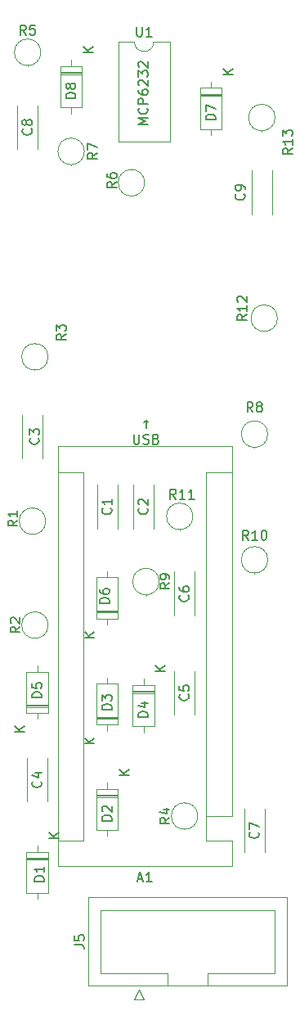
<source format=gbr>
%TF.GenerationSoftware,KiCad,Pcbnew,(5.1.9)-1*%
%TF.CreationDate,2021-06-26T11:37:54+09:00*%
%TF.ProjectId,CHORD_VCO,43484f52-445f-4564-934f-2e6b69636164,rev?*%
%TF.SameCoordinates,Original*%
%TF.FileFunction,Legend,Top*%
%TF.FilePolarity,Positive*%
%FSLAX46Y46*%
G04 Gerber Fmt 4.6, Leading zero omitted, Abs format (unit mm)*
G04 Created by KiCad (PCBNEW (5.1.9)-1) date 2021-06-26 11:37:54*
%MOMM*%
%LPD*%
G01*
G04 APERTURE LIST*
%ADD10C,0.150000*%
%ADD11C,0.120000*%
G04 APERTURE END LIST*
D10*
X115000000Y-91877380D02*
X115000000Y-91115476D01*
X114809523Y-91305952D02*
X115000000Y-91115476D01*
X115190476Y-91305952D01*
X113738095Y-92527380D02*
X113738095Y-93336904D01*
X113785714Y-93432142D01*
X113833333Y-93479761D01*
X113928571Y-93527380D01*
X114119047Y-93527380D01*
X114214285Y-93479761D01*
X114261904Y-93432142D01*
X114309523Y-93336904D01*
X114309523Y-92527380D01*
X114738095Y-93479761D02*
X114880952Y-93527380D01*
X115119047Y-93527380D01*
X115214285Y-93479761D01*
X115261904Y-93432142D01*
X115309523Y-93336904D01*
X115309523Y-93241666D01*
X115261904Y-93146428D01*
X115214285Y-93098809D01*
X115119047Y-93051190D01*
X114928571Y-93003571D01*
X114833333Y-92955952D01*
X114785714Y-92908333D01*
X114738095Y-92813095D01*
X114738095Y-92717857D01*
X114785714Y-92622619D01*
X114833333Y-92575000D01*
X114928571Y-92527380D01*
X115166666Y-92527380D01*
X115309523Y-92575000D01*
X116071428Y-93003571D02*
X116214285Y-93051190D01*
X116261904Y-93098809D01*
X116309523Y-93194047D01*
X116309523Y-93336904D01*
X116261904Y-93432142D01*
X116214285Y-93479761D01*
X116119047Y-93527380D01*
X115738095Y-93527380D01*
X115738095Y-92527380D01*
X116071428Y-92527380D01*
X116166666Y-92575000D01*
X116214285Y-92622619D01*
X116261904Y-92717857D01*
X116261904Y-92813095D01*
X116214285Y-92908333D01*
X116166666Y-92955952D01*
X116071428Y-93003571D01*
X115738095Y-93003571D01*
X115202380Y-60488095D02*
X114202380Y-60488095D01*
X114916666Y-60154761D01*
X114202380Y-59821428D01*
X115202380Y-59821428D01*
X115107142Y-58773809D02*
X115154761Y-58821428D01*
X115202380Y-58964285D01*
X115202380Y-59059523D01*
X115154761Y-59202380D01*
X115059523Y-59297619D01*
X114964285Y-59345238D01*
X114773809Y-59392857D01*
X114630952Y-59392857D01*
X114440476Y-59345238D01*
X114345238Y-59297619D01*
X114250000Y-59202380D01*
X114202380Y-59059523D01*
X114202380Y-58964285D01*
X114250000Y-58821428D01*
X114297619Y-58773809D01*
X115202380Y-58345238D02*
X114202380Y-58345238D01*
X114202380Y-57964285D01*
X114250000Y-57869047D01*
X114297619Y-57821428D01*
X114392857Y-57773809D01*
X114535714Y-57773809D01*
X114630952Y-57821428D01*
X114678571Y-57869047D01*
X114726190Y-57964285D01*
X114726190Y-58345238D01*
X114202380Y-56916666D02*
X114202380Y-57107142D01*
X114250000Y-57202380D01*
X114297619Y-57250000D01*
X114440476Y-57345238D01*
X114630952Y-57392857D01*
X115011904Y-57392857D01*
X115107142Y-57345238D01*
X115154761Y-57297619D01*
X115202380Y-57202380D01*
X115202380Y-57011904D01*
X115154761Y-56916666D01*
X115107142Y-56869047D01*
X115011904Y-56821428D01*
X114773809Y-56821428D01*
X114678571Y-56869047D01*
X114630952Y-56916666D01*
X114583333Y-57011904D01*
X114583333Y-57202380D01*
X114630952Y-57297619D01*
X114678571Y-57345238D01*
X114773809Y-57392857D01*
X114297619Y-56440476D02*
X114250000Y-56392857D01*
X114202380Y-56297619D01*
X114202380Y-56059523D01*
X114250000Y-55964285D01*
X114297619Y-55916666D01*
X114392857Y-55869047D01*
X114488095Y-55869047D01*
X114630952Y-55916666D01*
X115202380Y-56488095D01*
X115202380Y-55869047D01*
X114202380Y-55535714D02*
X114202380Y-54916666D01*
X114583333Y-55250000D01*
X114583333Y-55107142D01*
X114630952Y-55011904D01*
X114678571Y-54964285D01*
X114773809Y-54916666D01*
X115011904Y-54916666D01*
X115107142Y-54964285D01*
X115154761Y-55011904D01*
X115202380Y-55107142D01*
X115202380Y-55392857D01*
X115154761Y-55488095D01*
X115107142Y-55535714D01*
X114297619Y-54535714D02*
X114250000Y-54488095D01*
X114202380Y-54392857D01*
X114202380Y-54154761D01*
X114250000Y-54059523D01*
X114297619Y-54011904D01*
X114392857Y-53964285D01*
X114488095Y-53964285D01*
X114630952Y-54011904D01*
X115202380Y-54583333D01*
X115202380Y-53964285D01*
D11*
%TO.C,R11*%
X118500000Y-102370000D02*
X118500000Y-102440000D01*
X119870000Y-101000000D02*
G75*
G03*
X119870000Y-101000000I-1370000J0D01*
G01*
%TO.C,R9*%
X115000000Y-109120000D02*
X115000000Y-109190000D01*
X116370000Y-107750000D02*
G75*
G03*
X116370000Y-107750000I-1370000J0D01*
G01*
%TO.C,R4*%
X119000000Y-130630000D02*
X119000000Y-130560000D01*
X120370000Y-132000000D02*
G75*
G03*
X120370000Y-132000000I-1370000J0D01*
G01*
%TO.C,R10*%
X126250000Y-106870000D02*
X126250000Y-106940000D01*
X127620000Y-105500000D02*
G75*
G03*
X127620000Y-105500000I-1370000J0D01*
G01*
%TO.C,R8*%
X126250000Y-93870000D02*
X126250000Y-93940000D01*
X127620000Y-92500000D02*
G75*
G03*
X127620000Y-92500000I-1370000J0D01*
G01*
%TO.C,R2*%
X103500000Y-110880000D02*
X103500000Y-110810000D01*
X104870000Y-112250000D02*
G75*
G03*
X104870000Y-112250000I-1370000J0D01*
G01*
%TO.C,R1*%
X103250000Y-100130000D02*
X103250000Y-100060000D01*
X104620000Y-101500000D02*
G75*
G03*
X104620000Y-101500000I-1370000J0D01*
G01*
%TO.C,R12*%
X127250000Y-79130000D02*
X127250000Y-79060000D01*
X128620000Y-80500000D02*
G75*
G03*
X128620000Y-80500000I-1370000J0D01*
G01*
%TO.C,R3*%
X103500000Y-83130000D02*
X103500000Y-83060000D01*
X104870000Y-84500000D02*
G75*
G03*
X104870000Y-84500000I-1370000J0D01*
G01*
%TO.C,R13*%
X127000000Y-61120000D02*
X127000000Y-61190000D01*
X128370000Y-59750000D02*
G75*
G03*
X128370000Y-59750000I-1370000J0D01*
G01*
%TO.C,R6*%
X113500000Y-65130000D02*
X113500000Y-65060000D01*
X114870000Y-66500000D02*
G75*
G03*
X114870000Y-66500000I-1370000J0D01*
G01*
%TO.C,R7*%
X107250000Y-64620000D02*
X107250000Y-64690000D01*
X108620000Y-63250000D02*
G75*
G03*
X108620000Y-63250000I-1370000J0D01*
G01*
%TO.C,R5*%
X102750000Y-54370000D02*
X102750000Y-54440000D01*
X104120000Y-53000000D02*
G75*
G03*
X104120000Y-53000000I-1370000J0D01*
G01*
%TO.C,U1*%
X117460000Y-51920000D02*
X115810000Y-51920000D01*
X117460000Y-62200000D02*
X117460000Y-51920000D01*
X112160000Y-62200000D02*
X117460000Y-62200000D01*
X112160000Y-51920000D02*
X112160000Y-62200000D01*
X113810000Y-51920000D02*
X112160000Y-51920000D01*
X115810000Y-51920000D02*
G75*
G02*
X113810000Y-51920000I-1000000J0D01*
G01*
%TO.C,J5*%
X114750000Y-150930000D02*
X114250000Y-149930000D01*
X113750000Y-150930000D02*
X114750000Y-150930000D01*
X114250000Y-149930000D02*
X113750000Y-150930000D01*
X121380000Y-148230000D02*
X121380000Y-149540000D01*
X121380000Y-148230000D02*
X121380000Y-148230000D01*
X128320000Y-148230000D02*
X121380000Y-148230000D01*
X128320000Y-141730000D02*
X128320000Y-148230000D01*
X110340000Y-141730000D02*
X128320000Y-141730000D01*
X110340000Y-148230000D02*
X110340000Y-141730000D01*
X117280000Y-148230000D02*
X110340000Y-148230000D01*
X117280000Y-149540000D02*
X117280000Y-148230000D01*
X129620000Y-149540000D02*
X109040000Y-149540000D01*
X129620000Y-140420000D02*
X129620000Y-149540000D01*
X109040000Y-140420000D02*
X129620000Y-140420000D01*
X109040000Y-149540000D02*
X109040000Y-140420000D01*
%TO.C,D8*%
X108370000Y-55040000D02*
X106130000Y-55040000D01*
X108370000Y-55280000D02*
X106130000Y-55280000D01*
X108370000Y-55160000D02*
X106130000Y-55160000D01*
X107250000Y-59330000D02*
X107250000Y-58680000D01*
X107250000Y-53790000D02*
X107250000Y-54440000D01*
X108370000Y-58680000D02*
X108370000Y-54440000D01*
X106130000Y-58680000D02*
X108370000Y-58680000D01*
X106130000Y-54440000D02*
X106130000Y-58680000D01*
X108370000Y-54440000D02*
X106130000Y-54440000D01*
%TO.C,D7*%
X122870000Y-57290000D02*
X120630000Y-57290000D01*
X122870000Y-57530000D02*
X120630000Y-57530000D01*
X122870000Y-57410000D02*
X120630000Y-57410000D01*
X121750000Y-61580000D02*
X121750000Y-60930000D01*
X121750000Y-56040000D02*
X121750000Y-56690000D01*
X122870000Y-60930000D02*
X122870000Y-56690000D01*
X120630000Y-60930000D02*
X122870000Y-60930000D01*
X120630000Y-56690000D02*
X120630000Y-60930000D01*
X122870000Y-56690000D02*
X120630000Y-56690000D01*
%TO.C,D6*%
X109880000Y-110960000D02*
X112120000Y-110960000D01*
X109880000Y-110720000D02*
X112120000Y-110720000D01*
X109880000Y-110840000D02*
X112120000Y-110840000D01*
X111000000Y-106670000D02*
X111000000Y-107320000D01*
X111000000Y-112210000D02*
X111000000Y-111560000D01*
X109880000Y-107320000D02*
X109880000Y-111560000D01*
X112120000Y-107320000D02*
X109880000Y-107320000D01*
X112120000Y-111560000D02*
X112120000Y-107320000D01*
X109880000Y-111560000D02*
X112120000Y-111560000D01*
%TO.C,D5*%
X102630000Y-120710000D02*
X104870000Y-120710000D01*
X102630000Y-120470000D02*
X104870000Y-120470000D01*
X102630000Y-120590000D02*
X104870000Y-120590000D01*
X103750000Y-116420000D02*
X103750000Y-117070000D01*
X103750000Y-121960000D02*
X103750000Y-121310000D01*
X102630000Y-117070000D02*
X102630000Y-121310000D01*
X104870000Y-117070000D02*
X102630000Y-117070000D01*
X104870000Y-121310000D02*
X104870000Y-117070000D01*
X102630000Y-121310000D02*
X104870000Y-121310000D01*
%TO.C,D4*%
X115870000Y-119040000D02*
X113630000Y-119040000D01*
X115870000Y-119280000D02*
X113630000Y-119280000D01*
X115870000Y-119160000D02*
X113630000Y-119160000D01*
X114750000Y-123330000D02*
X114750000Y-122680000D01*
X114750000Y-117790000D02*
X114750000Y-118440000D01*
X115870000Y-122680000D02*
X115870000Y-118440000D01*
X113630000Y-122680000D02*
X115870000Y-122680000D01*
X113630000Y-118440000D02*
X113630000Y-122680000D01*
X115870000Y-118440000D02*
X113630000Y-118440000D01*
%TO.C,D3*%
X109880000Y-121960000D02*
X112120000Y-121960000D01*
X109880000Y-121720000D02*
X112120000Y-121720000D01*
X109880000Y-121840000D02*
X112120000Y-121840000D01*
X111000000Y-117670000D02*
X111000000Y-118320000D01*
X111000000Y-123210000D02*
X111000000Y-122560000D01*
X109880000Y-118320000D02*
X109880000Y-122560000D01*
X112120000Y-118320000D02*
X109880000Y-118320000D01*
X112120000Y-122560000D02*
X112120000Y-118320000D01*
X109880000Y-122560000D02*
X112120000Y-122560000D01*
%TO.C,D2*%
X112120000Y-129790000D02*
X109880000Y-129790000D01*
X112120000Y-130030000D02*
X109880000Y-130030000D01*
X112120000Y-129910000D02*
X109880000Y-129910000D01*
X111000000Y-134080000D02*
X111000000Y-133430000D01*
X111000000Y-128540000D02*
X111000000Y-129190000D01*
X112120000Y-133430000D02*
X112120000Y-129190000D01*
X109880000Y-133430000D02*
X112120000Y-133430000D01*
X109880000Y-129190000D02*
X109880000Y-133430000D01*
X112120000Y-129190000D02*
X109880000Y-129190000D01*
%TO.C,D1*%
X104870000Y-136290000D02*
X102630000Y-136290000D01*
X104870000Y-136530000D02*
X102630000Y-136530000D01*
X104870000Y-136410000D02*
X102630000Y-136410000D01*
X103750000Y-140580000D02*
X103750000Y-139930000D01*
X103750000Y-135040000D02*
X103750000Y-135690000D01*
X104870000Y-139930000D02*
X104870000Y-135690000D01*
X102630000Y-139930000D02*
X104870000Y-139930000D01*
X102630000Y-135690000D02*
X102630000Y-139930000D01*
X104870000Y-135690000D02*
X102630000Y-135690000D01*
%TO.C,C9*%
X128055000Y-65230000D02*
X128070000Y-65230000D01*
X125930000Y-65230000D02*
X125945000Y-65230000D01*
X128055000Y-69770000D02*
X128070000Y-69770000D01*
X125930000Y-69770000D02*
X125945000Y-69770000D01*
X128070000Y-69770000D02*
X128070000Y-65230000D01*
X125930000Y-69770000D02*
X125930000Y-65230000D01*
%TO.C,C8*%
X101695000Y-63020000D02*
X101680000Y-63020000D01*
X103820000Y-63020000D02*
X103805000Y-63020000D01*
X101695000Y-58480000D02*
X101680000Y-58480000D01*
X103820000Y-58480000D02*
X103805000Y-58480000D01*
X101680000Y-58480000D02*
X101680000Y-63020000D01*
X103820000Y-58480000D02*
X103820000Y-63020000D01*
%TO.C,C7*%
X125195000Y-135770000D02*
X125180000Y-135770000D01*
X127320000Y-135770000D02*
X127305000Y-135770000D01*
X125195000Y-131230000D02*
X125180000Y-131230000D01*
X127320000Y-131230000D02*
X127305000Y-131230000D01*
X125180000Y-131230000D02*
X125180000Y-135770000D01*
X127320000Y-131230000D02*
X127320000Y-135770000D01*
%TO.C,C6*%
X120055000Y-106730000D02*
X120070000Y-106730000D01*
X117930000Y-106730000D02*
X117945000Y-106730000D01*
X120055000Y-111270000D02*
X120070000Y-111270000D01*
X117930000Y-111270000D02*
X117945000Y-111270000D01*
X120070000Y-111270000D02*
X120070000Y-106730000D01*
X117930000Y-111270000D02*
X117930000Y-106730000D01*
%TO.C,C5*%
X117945000Y-121520000D02*
X117930000Y-121520000D01*
X120070000Y-121520000D02*
X120055000Y-121520000D01*
X117945000Y-116980000D02*
X117930000Y-116980000D01*
X120070000Y-116980000D02*
X120055000Y-116980000D01*
X117930000Y-116980000D02*
X117930000Y-121520000D01*
X120070000Y-116980000D02*
X120070000Y-121520000D01*
%TO.C,C4*%
X104805000Y-125980000D02*
X104820000Y-125980000D01*
X102680000Y-125980000D02*
X102695000Y-125980000D01*
X104805000Y-130520000D02*
X104820000Y-130520000D01*
X102680000Y-130520000D02*
X102695000Y-130520000D01*
X104820000Y-130520000D02*
X104820000Y-125980000D01*
X102680000Y-130520000D02*
X102680000Y-125980000D01*
%TO.C,C3*%
X102195000Y-95020000D02*
X102180000Y-95020000D01*
X104320000Y-95020000D02*
X104305000Y-95020000D01*
X102195000Y-90480000D02*
X102180000Y-90480000D01*
X104320000Y-90480000D02*
X104305000Y-90480000D01*
X102180000Y-90480000D02*
X102180000Y-95020000D01*
X104320000Y-90480000D02*
X104320000Y-95020000D01*
%TO.C,C2*%
X115805000Y-97730000D02*
X115820000Y-97730000D01*
X113680000Y-97730000D02*
X113695000Y-97730000D01*
X115805000Y-102270000D02*
X115820000Y-102270000D01*
X113680000Y-102270000D02*
X113695000Y-102270000D01*
X115820000Y-102270000D02*
X115820000Y-97730000D01*
X113680000Y-102270000D02*
X113680000Y-97730000D01*
%TO.C,C1*%
X109945000Y-102270000D02*
X109930000Y-102270000D01*
X112070000Y-102270000D02*
X112055000Y-102270000D01*
X109945000Y-97730000D02*
X109930000Y-97730000D01*
X112070000Y-97730000D02*
X112055000Y-97730000D01*
X109930000Y-97730000D02*
X109930000Y-102270000D01*
X112070000Y-97730000D02*
X112070000Y-102270000D01*
%TO.C,A1*%
X105860000Y-137190000D02*
X123900000Y-137190000D01*
X105860000Y-93750000D02*
X105860000Y-137190000D01*
X123900000Y-93750000D02*
X105860000Y-93750000D01*
X121230000Y-96420000D02*
X123900000Y-96420000D01*
X121230000Y-131980000D02*
X121230000Y-96420000D01*
X121230000Y-131980000D02*
X123900000Y-131980000D01*
X108530000Y-96420000D02*
X105860000Y-96420000D01*
X108530000Y-134520000D02*
X108530000Y-96420000D01*
X108530000Y-134520000D02*
X105860000Y-134520000D01*
X123900000Y-137190000D02*
X123900000Y-134520000D01*
X123900000Y-131980000D02*
X123900000Y-93750000D01*
X121230000Y-134520000D02*
X123900000Y-134520000D01*
X121230000Y-131980000D02*
X121230000Y-134520000D01*
%TO.C,R11*%
D10*
X118107142Y-99202380D02*
X117773809Y-98726190D01*
X117535714Y-99202380D02*
X117535714Y-98202380D01*
X117916666Y-98202380D01*
X118011904Y-98250000D01*
X118059523Y-98297619D01*
X118107142Y-98392857D01*
X118107142Y-98535714D01*
X118059523Y-98630952D01*
X118011904Y-98678571D01*
X117916666Y-98726190D01*
X117535714Y-98726190D01*
X119059523Y-99202380D02*
X118488095Y-99202380D01*
X118773809Y-99202380D02*
X118773809Y-98202380D01*
X118678571Y-98345238D01*
X118583333Y-98440476D01*
X118488095Y-98488095D01*
X120011904Y-99202380D02*
X119440476Y-99202380D01*
X119726190Y-99202380D02*
X119726190Y-98202380D01*
X119630952Y-98345238D01*
X119535714Y-98440476D01*
X119440476Y-98488095D01*
%TO.C,R9*%
X117452380Y-107916666D02*
X116976190Y-108250000D01*
X117452380Y-108488095D02*
X116452380Y-108488095D01*
X116452380Y-108107142D01*
X116500000Y-108011904D01*
X116547619Y-107964285D01*
X116642857Y-107916666D01*
X116785714Y-107916666D01*
X116880952Y-107964285D01*
X116928571Y-108011904D01*
X116976190Y-108107142D01*
X116976190Y-108488095D01*
X117452380Y-107440476D02*
X117452380Y-107250000D01*
X117404761Y-107154761D01*
X117357142Y-107107142D01*
X117214285Y-107011904D01*
X117023809Y-106964285D01*
X116642857Y-106964285D01*
X116547619Y-107011904D01*
X116500000Y-107059523D01*
X116452380Y-107154761D01*
X116452380Y-107345238D01*
X116500000Y-107440476D01*
X116547619Y-107488095D01*
X116642857Y-107535714D01*
X116880952Y-107535714D01*
X116976190Y-107488095D01*
X117023809Y-107440476D01*
X117071428Y-107345238D01*
X117071428Y-107154761D01*
X117023809Y-107059523D01*
X116976190Y-107011904D01*
X116880952Y-106964285D01*
%TO.C,R4*%
X117452380Y-132166666D02*
X116976190Y-132500000D01*
X117452380Y-132738095D02*
X116452380Y-132738095D01*
X116452380Y-132357142D01*
X116500000Y-132261904D01*
X116547619Y-132214285D01*
X116642857Y-132166666D01*
X116785714Y-132166666D01*
X116880952Y-132214285D01*
X116928571Y-132261904D01*
X116976190Y-132357142D01*
X116976190Y-132738095D01*
X116785714Y-131309523D02*
X117452380Y-131309523D01*
X116404761Y-131547619D02*
X117119047Y-131785714D01*
X117119047Y-131166666D01*
%TO.C,R10*%
X125607142Y-103452380D02*
X125273809Y-102976190D01*
X125035714Y-103452380D02*
X125035714Y-102452380D01*
X125416666Y-102452380D01*
X125511904Y-102500000D01*
X125559523Y-102547619D01*
X125607142Y-102642857D01*
X125607142Y-102785714D01*
X125559523Y-102880952D01*
X125511904Y-102928571D01*
X125416666Y-102976190D01*
X125035714Y-102976190D01*
X126559523Y-103452380D02*
X125988095Y-103452380D01*
X126273809Y-103452380D02*
X126273809Y-102452380D01*
X126178571Y-102595238D01*
X126083333Y-102690476D01*
X125988095Y-102738095D01*
X127178571Y-102452380D02*
X127273809Y-102452380D01*
X127369047Y-102500000D01*
X127416666Y-102547619D01*
X127464285Y-102642857D01*
X127511904Y-102833333D01*
X127511904Y-103071428D01*
X127464285Y-103261904D01*
X127416666Y-103357142D01*
X127369047Y-103404761D01*
X127273809Y-103452380D01*
X127178571Y-103452380D01*
X127083333Y-103404761D01*
X127035714Y-103357142D01*
X126988095Y-103261904D01*
X126940476Y-103071428D01*
X126940476Y-102833333D01*
X126988095Y-102642857D01*
X127035714Y-102547619D01*
X127083333Y-102500000D01*
X127178571Y-102452380D01*
%TO.C,R8*%
X126083333Y-90202380D02*
X125750000Y-89726190D01*
X125511904Y-90202380D02*
X125511904Y-89202380D01*
X125892857Y-89202380D01*
X125988095Y-89250000D01*
X126035714Y-89297619D01*
X126083333Y-89392857D01*
X126083333Y-89535714D01*
X126035714Y-89630952D01*
X125988095Y-89678571D01*
X125892857Y-89726190D01*
X125511904Y-89726190D01*
X126654761Y-89630952D02*
X126559523Y-89583333D01*
X126511904Y-89535714D01*
X126464285Y-89440476D01*
X126464285Y-89392857D01*
X126511904Y-89297619D01*
X126559523Y-89250000D01*
X126654761Y-89202380D01*
X126845238Y-89202380D01*
X126940476Y-89250000D01*
X126988095Y-89297619D01*
X127035714Y-89392857D01*
X127035714Y-89440476D01*
X126988095Y-89535714D01*
X126940476Y-89583333D01*
X126845238Y-89630952D01*
X126654761Y-89630952D01*
X126559523Y-89678571D01*
X126511904Y-89726190D01*
X126464285Y-89821428D01*
X126464285Y-90011904D01*
X126511904Y-90107142D01*
X126559523Y-90154761D01*
X126654761Y-90202380D01*
X126845238Y-90202380D01*
X126940476Y-90154761D01*
X126988095Y-90107142D01*
X127035714Y-90011904D01*
X127035714Y-89821428D01*
X126988095Y-89726190D01*
X126940476Y-89678571D01*
X126845238Y-89630952D01*
%TO.C,R2*%
X101952380Y-112416666D02*
X101476190Y-112750000D01*
X101952380Y-112988095D02*
X100952380Y-112988095D01*
X100952380Y-112607142D01*
X101000000Y-112511904D01*
X101047619Y-112464285D01*
X101142857Y-112416666D01*
X101285714Y-112416666D01*
X101380952Y-112464285D01*
X101428571Y-112511904D01*
X101476190Y-112607142D01*
X101476190Y-112988095D01*
X101047619Y-112035714D02*
X101000000Y-111988095D01*
X100952380Y-111892857D01*
X100952380Y-111654761D01*
X101000000Y-111559523D01*
X101047619Y-111511904D01*
X101142857Y-111464285D01*
X101238095Y-111464285D01*
X101380952Y-111511904D01*
X101952380Y-112083333D01*
X101952380Y-111464285D01*
%TO.C,R1*%
X101702380Y-101416666D02*
X101226190Y-101750000D01*
X101702380Y-101988095D02*
X100702380Y-101988095D01*
X100702380Y-101607142D01*
X100750000Y-101511904D01*
X100797619Y-101464285D01*
X100892857Y-101416666D01*
X101035714Y-101416666D01*
X101130952Y-101464285D01*
X101178571Y-101511904D01*
X101226190Y-101607142D01*
X101226190Y-101988095D01*
X101702380Y-100464285D02*
X101702380Y-101035714D01*
X101702380Y-100750000D02*
X100702380Y-100750000D01*
X100845238Y-100845238D01*
X100940476Y-100940476D01*
X100988095Y-101035714D01*
%TO.C,R12*%
X125452380Y-80142857D02*
X124976190Y-80476190D01*
X125452380Y-80714285D02*
X124452380Y-80714285D01*
X124452380Y-80333333D01*
X124500000Y-80238095D01*
X124547619Y-80190476D01*
X124642857Y-80142857D01*
X124785714Y-80142857D01*
X124880952Y-80190476D01*
X124928571Y-80238095D01*
X124976190Y-80333333D01*
X124976190Y-80714285D01*
X125452380Y-79190476D02*
X125452380Y-79761904D01*
X125452380Y-79476190D02*
X124452380Y-79476190D01*
X124595238Y-79571428D01*
X124690476Y-79666666D01*
X124738095Y-79761904D01*
X124547619Y-78809523D02*
X124500000Y-78761904D01*
X124452380Y-78666666D01*
X124452380Y-78428571D01*
X124500000Y-78333333D01*
X124547619Y-78285714D01*
X124642857Y-78238095D01*
X124738095Y-78238095D01*
X124880952Y-78285714D01*
X125452380Y-78857142D01*
X125452380Y-78238095D01*
%TO.C,R3*%
X106702380Y-82166666D02*
X106226190Y-82500000D01*
X106702380Y-82738095D02*
X105702380Y-82738095D01*
X105702380Y-82357142D01*
X105750000Y-82261904D01*
X105797619Y-82214285D01*
X105892857Y-82166666D01*
X106035714Y-82166666D01*
X106130952Y-82214285D01*
X106178571Y-82261904D01*
X106226190Y-82357142D01*
X106226190Y-82738095D01*
X105702380Y-81833333D02*
X105702380Y-81214285D01*
X106083333Y-81547619D01*
X106083333Y-81404761D01*
X106130952Y-81309523D01*
X106178571Y-81261904D01*
X106273809Y-81214285D01*
X106511904Y-81214285D01*
X106607142Y-81261904D01*
X106654761Y-81309523D01*
X106702380Y-81404761D01*
X106702380Y-81690476D01*
X106654761Y-81785714D01*
X106607142Y-81833333D01*
%TO.C,R13*%
X130172380Y-62932857D02*
X129696190Y-63266190D01*
X130172380Y-63504285D02*
X129172380Y-63504285D01*
X129172380Y-63123333D01*
X129220000Y-63028095D01*
X129267619Y-62980476D01*
X129362857Y-62932857D01*
X129505714Y-62932857D01*
X129600952Y-62980476D01*
X129648571Y-63028095D01*
X129696190Y-63123333D01*
X129696190Y-63504285D01*
X130172380Y-61980476D02*
X130172380Y-62551904D01*
X130172380Y-62266190D02*
X129172380Y-62266190D01*
X129315238Y-62361428D01*
X129410476Y-62456666D01*
X129458095Y-62551904D01*
X129172380Y-61647142D02*
X129172380Y-61028095D01*
X129553333Y-61361428D01*
X129553333Y-61218571D01*
X129600952Y-61123333D01*
X129648571Y-61075714D01*
X129743809Y-61028095D01*
X129981904Y-61028095D01*
X130077142Y-61075714D01*
X130124761Y-61123333D01*
X130172380Y-61218571D01*
X130172380Y-61504285D01*
X130124761Y-61599523D01*
X130077142Y-61647142D01*
%TO.C,R6*%
X111952380Y-66416666D02*
X111476190Y-66750000D01*
X111952380Y-66988095D02*
X110952380Y-66988095D01*
X110952380Y-66607142D01*
X111000000Y-66511904D01*
X111047619Y-66464285D01*
X111142857Y-66416666D01*
X111285714Y-66416666D01*
X111380952Y-66464285D01*
X111428571Y-66511904D01*
X111476190Y-66607142D01*
X111476190Y-66988095D01*
X110952380Y-65559523D02*
X110952380Y-65750000D01*
X111000000Y-65845238D01*
X111047619Y-65892857D01*
X111190476Y-65988095D01*
X111380952Y-66035714D01*
X111761904Y-66035714D01*
X111857142Y-65988095D01*
X111904761Y-65940476D01*
X111952380Y-65845238D01*
X111952380Y-65654761D01*
X111904761Y-65559523D01*
X111857142Y-65511904D01*
X111761904Y-65464285D01*
X111523809Y-65464285D01*
X111428571Y-65511904D01*
X111380952Y-65559523D01*
X111333333Y-65654761D01*
X111333333Y-65845238D01*
X111380952Y-65940476D01*
X111428571Y-65988095D01*
X111523809Y-66035714D01*
%TO.C,R7*%
X109952380Y-63416666D02*
X109476190Y-63750000D01*
X109952380Y-63988095D02*
X108952380Y-63988095D01*
X108952380Y-63607142D01*
X109000000Y-63511904D01*
X109047619Y-63464285D01*
X109142857Y-63416666D01*
X109285714Y-63416666D01*
X109380952Y-63464285D01*
X109428571Y-63511904D01*
X109476190Y-63607142D01*
X109476190Y-63988095D01*
X108952380Y-63083333D02*
X108952380Y-62416666D01*
X109952380Y-62845238D01*
%TO.C,R5*%
X102583333Y-51202380D02*
X102250000Y-50726190D01*
X102011904Y-51202380D02*
X102011904Y-50202380D01*
X102392857Y-50202380D01*
X102488095Y-50250000D01*
X102535714Y-50297619D01*
X102583333Y-50392857D01*
X102583333Y-50535714D01*
X102535714Y-50630952D01*
X102488095Y-50678571D01*
X102392857Y-50726190D01*
X102011904Y-50726190D01*
X103488095Y-50202380D02*
X103011904Y-50202380D01*
X102964285Y-50678571D01*
X103011904Y-50630952D01*
X103107142Y-50583333D01*
X103345238Y-50583333D01*
X103440476Y-50630952D01*
X103488095Y-50678571D01*
X103535714Y-50773809D01*
X103535714Y-51011904D01*
X103488095Y-51107142D01*
X103440476Y-51154761D01*
X103345238Y-51202380D01*
X103107142Y-51202380D01*
X103011904Y-51154761D01*
X102964285Y-51107142D01*
%TO.C,U1*%
X114048095Y-50372380D02*
X114048095Y-51181904D01*
X114095714Y-51277142D01*
X114143333Y-51324761D01*
X114238571Y-51372380D01*
X114429047Y-51372380D01*
X114524285Y-51324761D01*
X114571904Y-51277142D01*
X114619523Y-51181904D01*
X114619523Y-50372380D01*
X115619523Y-51372380D02*
X115048095Y-51372380D01*
X115333809Y-51372380D02*
X115333809Y-50372380D01*
X115238571Y-50515238D01*
X115143333Y-50610476D01*
X115048095Y-50658095D01*
%TO.C,J5*%
X107602380Y-145313333D02*
X108316666Y-145313333D01*
X108459523Y-145360952D01*
X108554761Y-145456190D01*
X108602380Y-145599047D01*
X108602380Y-145694285D01*
X107602380Y-144360952D02*
X107602380Y-144837142D01*
X108078571Y-144884761D01*
X108030952Y-144837142D01*
X107983333Y-144741904D01*
X107983333Y-144503809D01*
X108030952Y-144408571D01*
X108078571Y-144360952D01*
X108173809Y-144313333D01*
X108411904Y-144313333D01*
X108507142Y-144360952D01*
X108554761Y-144408571D01*
X108602380Y-144503809D01*
X108602380Y-144741904D01*
X108554761Y-144837142D01*
X108507142Y-144884761D01*
%TO.C,D8*%
X107702380Y-57738095D02*
X106702380Y-57738095D01*
X106702380Y-57500000D01*
X106750000Y-57357142D01*
X106845238Y-57261904D01*
X106940476Y-57214285D01*
X107130952Y-57166666D01*
X107273809Y-57166666D01*
X107464285Y-57214285D01*
X107559523Y-57261904D01*
X107654761Y-57357142D01*
X107702380Y-57500000D01*
X107702380Y-57738095D01*
X107130952Y-56595238D02*
X107083333Y-56690476D01*
X107035714Y-56738095D01*
X106940476Y-56785714D01*
X106892857Y-56785714D01*
X106797619Y-56738095D01*
X106750000Y-56690476D01*
X106702380Y-56595238D01*
X106702380Y-56404761D01*
X106750000Y-56309523D01*
X106797619Y-56261904D01*
X106892857Y-56214285D01*
X106940476Y-56214285D01*
X107035714Y-56261904D01*
X107083333Y-56309523D01*
X107130952Y-56404761D01*
X107130952Y-56595238D01*
X107178571Y-56690476D01*
X107226190Y-56738095D01*
X107321428Y-56785714D01*
X107511904Y-56785714D01*
X107607142Y-56738095D01*
X107654761Y-56690476D01*
X107702380Y-56595238D01*
X107702380Y-56404761D01*
X107654761Y-56309523D01*
X107607142Y-56261904D01*
X107511904Y-56214285D01*
X107321428Y-56214285D01*
X107226190Y-56261904D01*
X107178571Y-56309523D01*
X107130952Y-56404761D01*
X109502380Y-53011904D02*
X108502380Y-53011904D01*
X109502380Y-52440476D02*
X108930952Y-52869047D01*
X108502380Y-52440476D02*
X109073809Y-53011904D01*
%TO.C,D7*%
X122202380Y-59988095D02*
X121202380Y-59988095D01*
X121202380Y-59750000D01*
X121250000Y-59607142D01*
X121345238Y-59511904D01*
X121440476Y-59464285D01*
X121630952Y-59416666D01*
X121773809Y-59416666D01*
X121964285Y-59464285D01*
X122059523Y-59511904D01*
X122154761Y-59607142D01*
X122202380Y-59750000D01*
X122202380Y-59988095D01*
X121202380Y-59083333D02*
X121202380Y-58416666D01*
X122202380Y-58845238D01*
X124002380Y-55261904D02*
X123002380Y-55261904D01*
X124002380Y-54690476D02*
X123430952Y-55119047D01*
X123002380Y-54690476D02*
X123573809Y-55261904D01*
%TO.C,D6*%
X111202380Y-109988095D02*
X110202380Y-109988095D01*
X110202380Y-109750000D01*
X110250000Y-109607142D01*
X110345238Y-109511904D01*
X110440476Y-109464285D01*
X110630952Y-109416666D01*
X110773809Y-109416666D01*
X110964285Y-109464285D01*
X111059523Y-109511904D01*
X111154761Y-109607142D01*
X111202380Y-109750000D01*
X111202380Y-109988095D01*
X110202380Y-108559523D02*
X110202380Y-108750000D01*
X110250000Y-108845238D01*
X110297619Y-108892857D01*
X110440476Y-108988095D01*
X110630952Y-109035714D01*
X111011904Y-109035714D01*
X111107142Y-108988095D01*
X111154761Y-108940476D01*
X111202380Y-108845238D01*
X111202380Y-108654761D01*
X111154761Y-108559523D01*
X111107142Y-108511904D01*
X111011904Y-108464285D01*
X110773809Y-108464285D01*
X110678571Y-108511904D01*
X110630952Y-108559523D01*
X110583333Y-108654761D01*
X110583333Y-108845238D01*
X110630952Y-108940476D01*
X110678571Y-108988095D01*
X110773809Y-109035714D01*
X109652380Y-113511904D02*
X108652380Y-113511904D01*
X109652380Y-112940476D02*
X109080952Y-113369047D01*
X108652380Y-112940476D02*
X109223809Y-113511904D01*
%TO.C,D5*%
X104202380Y-119738095D02*
X103202380Y-119738095D01*
X103202380Y-119500000D01*
X103250000Y-119357142D01*
X103345238Y-119261904D01*
X103440476Y-119214285D01*
X103630952Y-119166666D01*
X103773809Y-119166666D01*
X103964285Y-119214285D01*
X104059523Y-119261904D01*
X104154761Y-119357142D01*
X104202380Y-119500000D01*
X104202380Y-119738095D01*
X103202380Y-118261904D02*
X103202380Y-118738095D01*
X103678571Y-118785714D01*
X103630952Y-118738095D01*
X103583333Y-118642857D01*
X103583333Y-118404761D01*
X103630952Y-118309523D01*
X103678571Y-118261904D01*
X103773809Y-118214285D01*
X104011904Y-118214285D01*
X104107142Y-118261904D01*
X104154761Y-118309523D01*
X104202380Y-118404761D01*
X104202380Y-118642857D01*
X104154761Y-118738095D01*
X104107142Y-118785714D01*
X102402380Y-123261904D02*
X101402380Y-123261904D01*
X102402380Y-122690476D02*
X101830952Y-123119047D01*
X101402380Y-122690476D02*
X101973809Y-123261904D01*
%TO.C,D4*%
X115202380Y-121738095D02*
X114202380Y-121738095D01*
X114202380Y-121500000D01*
X114250000Y-121357142D01*
X114345238Y-121261904D01*
X114440476Y-121214285D01*
X114630952Y-121166666D01*
X114773809Y-121166666D01*
X114964285Y-121214285D01*
X115059523Y-121261904D01*
X115154761Y-121357142D01*
X115202380Y-121500000D01*
X115202380Y-121738095D01*
X114535714Y-120309523D02*
X115202380Y-120309523D01*
X114154761Y-120547619D02*
X114869047Y-120785714D01*
X114869047Y-120166666D01*
X117002380Y-117011904D02*
X116002380Y-117011904D01*
X117002380Y-116440476D02*
X116430952Y-116869047D01*
X116002380Y-116440476D02*
X116573809Y-117011904D01*
%TO.C,D3*%
X111452380Y-120988095D02*
X110452380Y-120988095D01*
X110452380Y-120750000D01*
X110500000Y-120607142D01*
X110595238Y-120511904D01*
X110690476Y-120464285D01*
X110880952Y-120416666D01*
X111023809Y-120416666D01*
X111214285Y-120464285D01*
X111309523Y-120511904D01*
X111404761Y-120607142D01*
X111452380Y-120750000D01*
X111452380Y-120988095D01*
X110452380Y-120083333D02*
X110452380Y-119464285D01*
X110833333Y-119797619D01*
X110833333Y-119654761D01*
X110880952Y-119559523D01*
X110928571Y-119511904D01*
X111023809Y-119464285D01*
X111261904Y-119464285D01*
X111357142Y-119511904D01*
X111404761Y-119559523D01*
X111452380Y-119654761D01*
X111452380Y-119940476D01*
X111404761Y-120035714D01*
X111357142Y-120083333D01*
X109652380Y-124511904D02*
X108652380Y-124511904D01*
X109652380Y-123940476D02*
X109080952Y-124369047D01*
X108652380Y-123940476D02*
X109223809Y-124511904D01*
%TO.C,D2*%
X111452380Y-132488095D02*
X110452380Y-132488095D01*
X110452380Y-132250000D01*
X110500000Y-132107142D01*
X110595238Y-132011904D01*
X110690476Y-131964285D01*
X110880952Y-131916666D01*
X111023809Y-131916666D01*
X111214285Y-131964285D01*
X111309523Y-132011904D01*
X111404761Y-132107142D01*
X111452380Y-132250000D01*
X111452380Y-132488095D01*
X110547619Y-131535714D02*
X110500000Y-131488095D01*
X110452380Y-131392857D01*
X110452380Y-131154761D01*
X110500000Y-131059523D01*
X110547619Y-131011904D01*
X110642857Y-130964285D01*
X110738095Y-130964285D01*
X110880952Y-131011904D01*
X111452380Y-131583333D01*
X111452380Y-130964285D01*
X113252380Y-127761904D02*
X112252380Y-127761904D01*
X113252380Y-127190476D02*
X112680952Y-127619047D01*
X112252380Y-127190476D02*
X112823809Y-127761904D01*
%TO.C,D1*%
X104452380Y-138738095D02*
X103452380Y-138738095D01*
X103452380Y-138500000D01*
X103500000Y-138357142D01*
X103595238Y-138261904D01*
X103690476Y-138214285D01*
X103880952Y-138166666D01*
X104023809Y-138166666D01*
X104214285Y-138214285D01*
X104309523Y-138261904D01*
X104404761Y-138357142D01*
X104452380Y-138500000D01*
X104452380Y-138738095D01*
X104452380Y-137214285D02*
X104452380Y-137785714D01*
X104452380Y-137500000D02*
X103452380Y-137500000D01*
X103595238Y-137595238D01*
X103690476Y-137690476D01*
X103738095Y-137785714D01*
X106002380Y-134261904D02*
X105002380Y-134261904D01*
X106002380Y-133690476D02*
X105430952Y-134119047D01*
X105002380Y-133690476D02*
X105573809Y-134261904D01*
%TO.C,C9*%
X125157142Y-67666666D02*
X125204761Y-67714285D01*
X125252380Y-67857142D01*
X125252380Y-67952380D01*
X125204761Y-68095238D01*
X125109523Y-68190476D01*
X125014285Y-68238095D01*
X124823809Y-68285714D01*
X124680952Y-68285714D01*
X124490476Y-68238095D01*
X124395238Y-68190476D01*
X124300000Y-68095238D01*
X124252380Y-67952380D01*
X124252380Y-67857142D01*
X124300000Y-67714285D01*
X124347619Y-67666666D01*
X125252380Y-67190476D02*
X125252380Y-67000000D01*
X125204761Y-66904761D01*
X125157142Y-66857142D01*
X125014285Y-66761904D01*
X124823809Y-66714285D01*
X124442857Y-66714285D01*
X124347619Y-66761904D01*
X124300000Y-66809523D01*
X124252380Y-66904761D01*
X124252380Y-67095238D01*
X124300000Y-67190476D01*
X124347619Y-67238095D01*
X124442857Y-67285714D01*
X124680952Y-67285714D01*
X124776190Y-67238095D01*
X124823809Y-67190476D01*
X124871428Y-67095238D01*
X124871428Y-66904761D01*
X124823809Y-66809523D01*
X124776190Y-66761904D01*
X124680952Y-66714285D01*
%TO.C,C8*%
X103107142Y-60916666D02*
X103154761Y-60964285D01*
X103202380Y-61107142D01*
X103202380Y-61202380D01*
X103154761Y-61345238D01*
X103059523Y-61440476D01*
X102964285Y-61488095D01*
X102773809Y-61535714D01*
X102630952Y-61535714D01*
X102440476Y-61488095D01*
X102345238Y-61440476D01*
X102250000Y-61345238D01*
X102202380Y-61202380D01*
X102202380Y-61107142D01*
X102250000Y-60964285D01*
X102297619Y-60916666D01*
X102630952Y-60345238D02*
X102583333Y-60440476D01*
X102535714Y-60488095D01*
X102440476Y-60535714D01*
X102392857Y-60535714D01*
X102297619Y-60488095D01*
X102250000Y-60440476D01*
X102202380Y-60345238D01*
X102202380Y-60154761D01*
X102250000Y-60059523D01*
X102297619Y-60011904D01*
X102392857Y-59964285D01*
X102440476Y-59964285D01*
X102535714Y-60011904D01*
X102583333Y-60059523D01*
X102630952Y-60154761D01*
X102630952Y-60345238D01*
X102678571Y-60440476D01*
X102726190Y-60488095D01*
X102821428Y-60535714D01*
X103011904Y-60535714D01*
X103107142Y-60488095D01*
X103154761Y-60440476D01*
X103202380Y-60345238D01*
X103202380Y-60154761D01*
X103154761Y-60059523D01*
X103107142Y-60011904D01*
X103011904Y-59964285D01*
X102821428Y-59964285D01*
X102726190Y-60011904D01*
X102678571Y-60059523D01*
X102630952Y-60154761D01*
%TO.C,C7*%
X126607142Y-133666666D02*
X126654761Y-133714285D01*
X126702380Y-133857142D01*
X126702380Y-133952380D01*
X126654761Y-134095238D01*
X126559523Y-134190476D01*
X126464285Y-134238095D01*
X126273809Y-134285714D01*
X126130952Y-134285714D01*
X125940476Y-134238095D01*
X125845238Y-134190476D01*
X125750000Y-134095238D01*
X125702380Y-133952380D01*
X125702380Y-133857142D01*
X125750000Y-133714285D01*
X125797619Y-133666666D01*
X125702380Y-133333333D02*
X125702380Y-132666666D01*
X126702380Y-133095238D01*
%TO.C,C6*%
X119357142Y-109166666D02*
X119404761Y-109214285D01*
X119452380Y-109357142D01*
X119452380Y-109452380D01*
X119404761Y-109595238D01*
X119309523Y-109690476D01*
X119214285Y-109738095D01*
X119023809Y-109785714D01*
X118880952Y-109785714D01*
X118690476Y-109738095D01*
X118595238Y-109690476D01*
X118500000Y-109595238D01*
X118452380Y-109452380D01*
X118452380Y-109357142D01*
X118500000Y-109214285D01*
X118547619Y-109166666D01*
X118452380Y-108309523D02*
X118452380Y-108500000D01*
X118500000Y-108595238D01*
X118547619Y-108642857D01*
X118690476Y-108738095D01*
X118880952Y-108785714D01*
X119261904Y-108785714D01*
X119357142Y-108738095D01*
X119404761Y-108690476D01*
X119452380Y-108595238D01*
X119452380Y-108404761D01*
X119404761Y-108309523D01*
X119357142Y-108261904D01*
X119261904Y-108214285D01*
X119023809Y-108214285D01*
X118928571Y-108261904D01*
X118880952Y-108309523D01*
X118833333Y-108404761D01*
X118833333Y-108595238D01*
X118880952Y-108690476D01*
X118928571Y-108738095D01*
X119023809Y-108785714D01*
%TO.C,C5*%
X119357142Y-119416666D02*
X119404761Y-119464285D01*
X119452380Y-119607142D01*
X119452380Y-119702380D01*
X119404761Y-119845238D01*
X119309523Y-119940476D01*
X119214285Y-119988095D01*
X119023809Y-120035714D01*
X118880952Y-120035714D01*
X118690476Y-119988095D01*
X118595238Y-119940476D01*
X118500000Y-119845238D01*
X118452380Y-119702380D01*
X118452380Y-119607142D01*
X118500000Y-119464285D01*
X118547619Y-119416666D01*
X118452380Y-118511904D02*
X118452380Y-118988095D01*
X118928571Y-119035714D01*
X118880952Y-118988095D01*
X118833333Y-118892857D01*
X118833333Y-118654761D01*
X118880952Y-118559523D01*
X118928571Y-118511904D01*
X119023809Y-118464285D01*
X119261904Y-118464285D01*
X119357142Y-118511904D01*
X119404761Y-118559523D01*
X119452380Y-118654761D01*
X119452380Y-118892857D01*
X119404761Y-118988095D01*
X119357142Y-119035714D01*
%TO.C,C4*%
X104107142Y-128416666D02*
X104154761Y-128464285D01*
X104202380Y-128607142D01*
X104202380Y-128702380D01*
X104154761Y-128845238D01*
X104059523Y-128940476D01*
X103964285Y-128988095D01*
X103773809Y-129035714D01*
X103630952Y-129035714D01*
X103440476Y-128988095D01*
X103345238Y-128940476D01*
X103250000Y-128845238D01*
X103202380Y-128702380D01*
X103202380Y-128607142D01*
X103250000Y-128464285D01*
X103297619Y-128416666D01*
X103535714Y-127559523D02*
X104202380Y-127559523D01*
X103154761Y-127797619D02*
X103869047Y-128035714D01*
X103869047Y-127416666D01*
%TO.C,C3*%
X103857142Y-92916666D02*
X103904761Y-92964285D01*
X103952380Y-93107142D01*
X103952380Y-93202380D01*
X103904761Y-93345238D01*
X103809523Y-93440476D01*
X103714285Y-93488095D01*
X103523809Y-93535714D01*
X103380952Y-93535714D01*
X103190476Y-93488095D01*
X103095238Y-93440476D01*
X103000000Y-93345238D01*
X102952380Y-93202380D01*
X102952380Y-93107142D01*
X103000000Y-92964285D01*
X103047619Y-92916666D01*
X102952380Y-92583333D02*
X102952380Y-91964285D01*
X103333333Y-92297619D01*
X103333333Y-92154761D01*
X103380952Y-92059523D01*
X103428571Y-92011904D01*
X103523809Y-91964285D01*
X103761904Y-91964285D01*
X103857142Y-92011904D01*
X103904761Y-92059523D01*
X103952380Y-92154761D01*
X103952380Y-92440476D01*
X103904761Y-92535714D01*
X103857142Y-92583333D01*
%TO.C,C2*%
X115107142Y-100166666D02*
X115154761Y-100214285D01*
X115202380Y-100357142D01*
X115202380Y-100452380D01*
X115154761Y-100595238D01*
X115059523Y-100690476D01*
X114964285Y-100738095D01*
X114773809Y-100785714D01*
X114630952Y-100785714D01*
X114440476Y-100738095D01*
X114345238Y-100690476D01*
X114250000Y-100595238D01*
X114202380Y-100452380D01*
X114202380Y-100357142D01*
X114250000Y-100214285D01*
X114297619Y-100166666D01*
X114297619Y-99785714D02*
X114250000Y-99738095D01*
X114202380Y-99642857D01*
X114202380Y-99404761D01*
X114250000Y-99309523D01*
X114297619Y-99261904D01*
X114392857Y-99214285D01*
X114488095Y-99214285D01*
X114630952Y-99261904D01*
X115202380Y-99833333D01*
X115202380Y-99214285D01*
%TO.C,C1*%
X111357142Y-100166666D02*
X111404761Y-100214285D01*
X111452380Y-100357142D01*
X111452380Y-100452380D01*
X111404761Y-100595238D01*
X111309523Y-100690476D01*
X111214285Y-100738095D01*
X111023809Y-100785714D01*
X110880952Y-100785714D01*
X110690476Y-100738095D01*
X110595238Y-100690476D01*
X110500000Y-100595238D01*
X110452380Y-100452380D01*
X110452380Y-100357142D01*
X110500000Y-100214285D01*
X110547619Y-100166666D01*
X111452380Y-99214285D02*
X111452380Y-99785714D01*
X111452380Y-99500000D02*
X110452380Y-99500000D01*
X110595238Y-99595238D01*
X110690476Y-99690476D01*
X110738095Y-99785714D01*
%TO.C,A1*%
X114165714Y-138496666D02*
X114641904Y-138496666D01*
X114070476Y-138782380D02*
X114403809Y-137782380D01*
X114737142Y-138782380D01*
X115594285Y-138782380D02*
X115022857Y-138782380D01*
X115308571Y-138782380D02*
X115308571Y-137782380D01*
X115213333Y-137925238D01*
X115118095Y-138020476D01*
X115022857Y-138068095D01*
%TD*%
M02*

</source>
